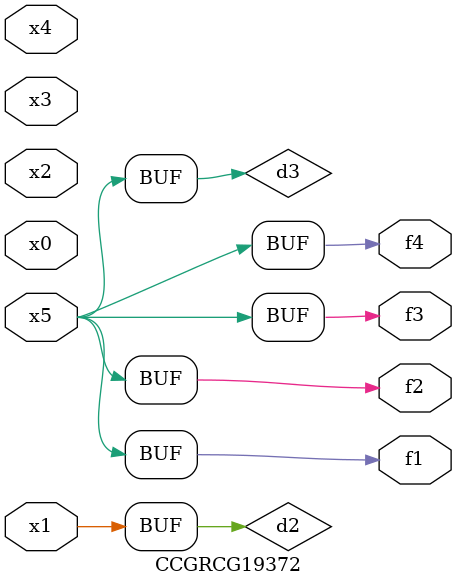
<source format=v>
module CCGRCG19372(
	input x0, x1, x2, x3, x4, x5,
	output f1, f2, f3, f4
);

	wire d1, d2, d3;

	not (d1, x5);
	or (d2, x1);
	xnor (d3, d1);
	assign f1 = d3;
	assign f2 = d3;
	assign f3 = d3;
	assign f4 = d3;
endmodule

</source>
